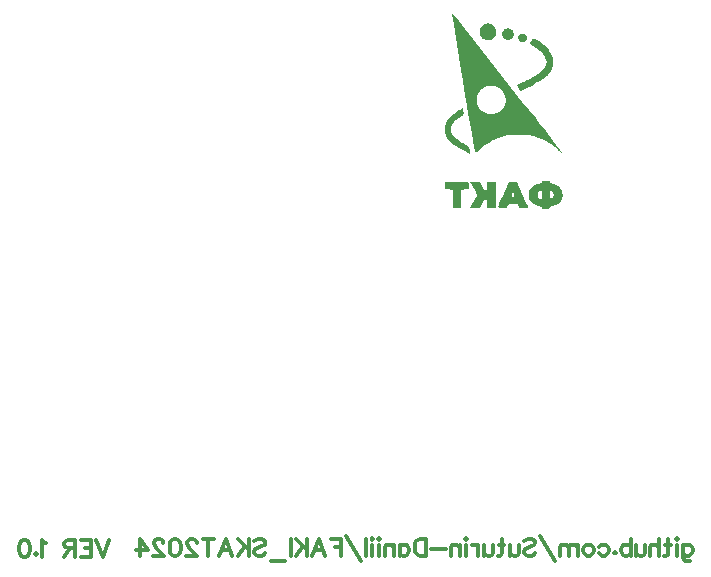
<source format=gbo>
G04 Layer: BottomSilkscreenLayer*
G04 EasyEDA v6.5.40, 2024-05-01 13:46:42*
G04 7703e67730494ffebf129c6139567d94,10*
G04 Gerber Generator version 0.2*
G04 Scale: 100 percent, Rotated: No, Reflected: No *
G04 Dimensions in millimeters *
G04 leading zeros omitted , absolute positions ,4 integer and 5 decimal *
%FSLAX45Y45*%
%MOMM*%

%ADD10C,0.3000*%

%LPD*%
G36*
X4262526Y-2196592D02*
G01*
X4262272Y-2198319D01*
X4262424Y-2202434D01*
X4263898Y-2217013D01*
X4266793Y-2239060D01*
X4276090Y-2299919D01*
X4330598Y-2625344D01*
X4356150Y-2773680D01*
X4375454Y-2887167D01*
X4383515Y-2936138D01*
X4471416Y-2936138D01*
X4471416Y-2930652D01*
X4472127Y-2919730D01*
X4473752Y-2908858D01*
X4476292Y-2898089D01*
X4477867Y-2892806D01*
X4481677Y-2882493D01*
X4486351Y-2872486D01*
X4491837Y-2862884D01*
X4498136Y-2853842D01*
X4501540Y-2849575D01*
X4509008Y-2841447D01*
X4513021Y-2837637D01*
X4521606Y-2830626D01*
X4530953Y-2824480D01*
X4540097Y-2819704D01*
X4549800Y-2815844D01*
X4554829Y-2814269D01*
X4565497Y-2811830D01*
X4571085Y-2810916D01*
X4582871Y-2809798D01*
X4595520Y-2809494D01*
X4606594Y-2810052D01*
X4617262Y-2811475D01*
X4627422Y-2813659D01*
X4637125Y-2816606D01*
X4646371Y-2820263D01*
X4655058Y-2824581D01*
X4663287Y-2829560D01*
X4670958Y-2835046D01*
X4678070Y-2841142D01*
X4684674Y-2847695D01*
X4690668Y-2854706D01*
X4696104Y-2862122D01*
X4700930Y-2869946D01*
X4705197Y-2878023D01*
X4708804Y-2886456D01*
X4711801Y-2895092D01*
X4714138Y-2903880D01*
X4715814Y-2912872D01*
X4716830Y-2921965D01*
X4717135Y-2931109D01*
X4716780Y-2940304D01*
X4715713Y-2949498D01*
X4713884Y-2958592D01*
X4711344Y-2967583D01*
X4708093Y-2976422D01*
X4704029Y-2985109D01*
X4699203Y-2993542D01*
X4693615Y-3001670D01*
X4687163Y-3009544D01*
X4679950Y-3017012D01*
X4671872Y-3024073D01*
X4662982Y-3030677D01*
X4657750Y-3034080D01*
X4652365Y-3037179D01*
X4646828Y-3039973D01*
X4641240Y-3042462D01*
X4635550Y-3044647D01*
X4629759Y-3046526D01*
X4623866Y-3048101D01*
X4617974Y-3049371D01*
X4611979Y-3050387D01*
X4605985Y-3051098D01*
X4599990Y-3051505D01*
X4587951Y-3051505D01*
X4575962Y-3050336D01*
X4570018Y-3049371D01*
X4564126Y-3048101D01*
X4558334Y-3046577D01*
X4546904Y-3042716D01*
X4535881Y-3037789D01*
X4530598Y-3034944D01*
X4520387Y-3028442D01*
X4515510Y-3024835D01*
X4510786Y-3020974D01*
X4506264Y-3016859D01*
X4501997Y-3012490D01*
X4497882Y-3007868D01*
X4493971Y-3002991D01*
X4487367Y-2993288D01*
X4484674Y-2988513D01*
X4482236Y-2983636D01*
X4478070Y-2973527D01*
X4476394Y-2968396D01*
X4473752Y-2957830D01*
X4472127Y-2947060D01*
X4471416Y-2936138D01*
X4383515Y-2936138D01*
X4400854Y-3038703D01*
X4422800Y-3165957D01*
X4432147Y-3221329D01*
X4440123Y-3270199D01*
X4449013Y-3327755D01*
X4451502Y-3341674D01*
X4453991Y-3353917D01*
X4456430Y-3363976D01*
X4458614Y-3371138D01*
X4459579Y-3373475D01*
X4460443Y-3374847D01*
X4464050Y-3375964D01*
X4469587Y-3374186D01*
X4476343Y-3369919D01*
X4483455Y-3363468D01*
X4491431Y-3355492D01*
X4499965Y-3347567D01*
X4509058Y-3339642D01*
X4518660Y-3331768D01*
X4528718Y-3323996D01*
X4539234Y-3316325D01*
X4550105Y-3308756D01*
X4561281Y-3301390D01*
X4572762Y-3294227D01*
X4584496Y-3287217D01*
X4596434Y-3280511D01*
X4608525Y-3274060D01*
X4620768Y-3267862D01*
X4633061Y-3262020D01*
X4645406Y-3256534D01*
X4657699Y-3251403D01*
X4669993Y-3246628D01*
X4682134Y-3242360D01*
X4691481Y-3239516D01*
X4701946Y-3236874D01*
X4713325Y-3234537D01*
X4725568Y-3232404D01*
X4738573Y-3230524D01*
X4752136Y-3228898D01*
X4766259Y-3227527D01*
X4780737Y-3226409D01*
X4810404Y-3224987D01*
X4840173Y-3224631D01*
X4854803Y-3224885D01*
X4869180Y-3225393D01*
X4883048Y-3226206D01*
X4896408Y-3227273D01*
X4909108Y-3228644D01*
X4920996Y-3230321D01*
X4932019Y-3232302D01*
X4942027Y-3234588D01*
X4953406Y-3237687D01*
X4965192Y-3241243D01*
X4977282Y-3245256D01*
X5002022Y-3254400D01*
X5020665Y-3262071D01*
X5039156Y-3270250D01*
X5062880Y-3281730D01*
X5074158Y-3287623D01*
X5084978Y-3293567D01*
X5104688Y-3305352D01*
X5113426Y-3311144D01*
X5121300Y-3316833D01*
X5128260Y-3322320D01*
X5134152Y-3327552D01*
X5147513Y-3340201D01*
X5159959Y-3351631D01*
X5171186Y-3361588D01*
X5180888Y-3369868D01*
X5188610Y-3376066D01*
X5194096Y-3379927D01*
X5195824Y-3380892D01*
X5196890Y-3381146D01*
X5197195Y-3380689D01*
X5196179Y-3378555D01*
X5179568Y-3356101D01*
X5146598Y-3312972D01*
X5099405Y-3252114D01*
X5056936Y-3197860D01*
X5021986Y-3153714D01*
X5002225Y-3129432D01*
X4998415Y-3125216D01*
X4969357Y-3088894D01*
X4858359Y-2946552D01*
X4350715Y-2300732D01*
X4294987Y-2230069D01*
X4285234Y-2218436D01*
X4276648Y-2208834D01*
X4269740Y-2201672D01*
X4264914Y-2197455D01*
X4263390Y-2196592D01*
G37*
G36*
X4566666Y-2283358D02*
G01*
X4560620Y-2283815D01*
X4554575Y-2284780D01*
X4548581Y-2286355D01*
X4542637Y-2288438D01*
X4536744Y-2291080D01*
X4530953Y-2294280D01*
X4525264Y-2298039D01*
X4519726Y-2302357D01*
X4513275Y-2308047D01*
X4508093Y-2313381D01*
X4504131Y-2318613D01*
X4501184Y-2324049D01*
X4499102Y-2330043D01*
X4497832Y-2336901D01*
X4497171Y-2344978D01*
X4496968Y-2354529D01*
X4497171Y-2361082D01*
X4497730Y-2367280D01*
X4498644Y-2373223D01*
X4499965Y-2378811D01*
X4501642Y-2384145D01*
X4503674Y-2389124D01*
X4506061Y-2393797D01*
X4508804Y-2398166D01*
X4511903Y-2402179D01*
X4515307Y-2405888D01*
X4519117Y-2409240D01*
X4523232Y-2412288D01*
X4527651Y-2414981D01*
X4532426Y-2417318D01*
X4537557Y-2419299D01*
X4542942Y-2420975D01*
X4548682Y-2422245D01*
X4554728Y-2423160D01*
X4561078Y-2423718D01*
X4567732Y-2423871D01*
X4576876Y-2423668D01*
X4584598Y-2422956D01*
X4591304Y-2421636D01*
X4597196Y-2419502D01*
X4602632Y-2416403D01*
X4607915Y-2412238D01*
X4613351Y-2406904D01*
X4619294Y-2400198D01*
X4624933Y-2393188D01*
X4629302Y-2386939D01*
X4632553Y-2381097D01*
X4634788Y-2375306D01*
X4636058Y-2369261D01*
X4636516Y-2362657D01*
X4636211Y-2355189D01*
X4635246Y-2346502D01*
X4633976Y-2339238D01*
X4632248Y-2332380D01*
X4630013Y-2325928D01*
X4627321Y-2319883D01*
X4624171Y-2314194D01*
X4620514Y-2308961D01*
X4616399Y-2304186D01*
X4611827Y-2299817D01*
X4606696Y-2295804D01*
X4601413Y-2292350D01*
X4595926Y-2289454D01*
X4590288Y-2287168D01*
X4584496Y-2285339D01*
X4578654Y-2284120D01*
X4572660Y-2283460D01*
G37*
G36*
X4738725Y-2324252D02*
G01*
X4733696Y-2324303D01*
X4728718Y-2324912D01*
X4723790Y-2326030D01*
X4718964Y-2327706D01*
X4714341Y-2329840D01*
X4709922Y-2332380D01*
X4705705Y-2335326D01*
X4701794Y-2338628D01*
X4698187Y-2342235D01*
X4694986Y-2346147D01*
X4692142Y-2350312D01*
X4689754Y-2354681D01*
X4687824Y-2359202D01*
X4686452Y-2363876D01*
X4685639Y-2368600D01*
X4685385Y-2373477D01*
X4685792Y-2378303D01*
X4686909Y-2383129D01*
X4688941Y-2389124D01*
X4691329Y-2394661D01*
X4694123Y-2399690D01*
X4697222Y-2404313D01*
X4700625Y-2408428D01*
X4704283Y-2412034D01*
X4708144Y-2415184D01*
X4712258Y-2417826D01*
X4716576Y-2419959D01*
X4721047Y-2421585D01*
X4725670Y-2422702D01*
X4730343Y-2423261D01*
X4735169Y-2423312D01*
X4739995Y-2422804D01*
X4744872Y-2421737D01*
X4749749Y-2420112D01*
X4754575Y-2417927D01*
X4759401Y-2415133D01*
X4764074Y-2411780D01*
X4768697Y-2407767D01*
X4772710Y-2403602D01*
X4776165Y-2399233D01*
X4779060Y-2394712D01*
X4781397Y-2390038D01*
X4783175Y-2385263D01*
X4784394Y-2380437D01*
X4785055Y-2375611D01*
X4785207Y-2370785D01*
X4784852Y-2366010D01*
X4783937Y-2361285D01*
X4782566Y-2356662D01*
X4780686Y-2352192D01*
X4778298Y-2347925D01*
X4775454Y-2343912D01*
X4772152Y-2340102D01*
X4768392Y-2336546D01*
X4764125Y-2333345D01*
X4759452Y-2330551D01*
X4754372Y-2328062D01*
X4748834Y-2326030D01*
X4743805Y-2324811D01*
G37*
G36*
X4859934Y-2372360D02*
G01*
X4854346Y-2372563D01*
X4848910Y-2373274D01*
X4843780Y-2374493D01*
X4839106Y-2376170D01*
X4835042Y-2378303D01*
X4831791Y-2380945D01*
X4828438Y-2384907D01*
X4825898Y-2389276D01*
X4824171Y-2393950D01*
X4823206Y-2398877D01*
X4823002Y-2403906D01*
X4823561Y-2409037D01*
X4824780Y-2414117D01*
X4826762Y-2419045D01*
X4829403Y-2423769D01*
X4832756Y-2428138D01*
X4836769Y-2432151D01*
X4841392Y-2435707D01*
X4847234Y-2439365D01*
X4852009Y-2442006D01*
X4856124Y-2443581D01*
X4859934Y-2444140D01*
X4863693Y-2443581D01*
X4867808Y-2442006D01*
X4872634Y-2439365D01*
X4878425Y-2435707D01*
X4883099Y-2432151D01*
X4887061Y-2428138D01*
X4890414Y-2423769D01*
X4893056Y-2419045D01*
X4895037Y-2414117D01*
X4896307Y-2409037D01*
X4896815Y-2403906D01*
X4896612Y-2398877D01*
X4895646Y-2393950D01*
X4893919Y-2389276D01*
X4891379Y-2384907D01*
X4888077Y-2380945D01*
X4884775Y-2378303D01*
X4880711Y-2376170D01*
X4876038Y-2374493D01*
X4870907Y-2373274D01*
X4865522Y-2372563D01*
G37*
G36*
X4948326Y-2409240D02*
G01*
X4945735Y-2411171D01*
X4941824Y-2416606D01*
X4937048Y-2424633D01*
X4932019Y-2434488D01*
X4919878Y-2459939D01*
X4964531Y-2485237D01*
X4976012Y-2492298D01*
X4986731Y-2499410D01*
X4996637Y-2506624D01*
X5005781Y-2513990D01*
X5014214Y-2521559D01*
X5021935Y-2529332D01*
X5029047Y-2537358D01*
X5035550Y-2545689D01*
X5041442Y-2554325D01*
X5046827Y-2563317D01*
X5051704Y-2572715D01*
X5059730Y-2590850D01*
X5061712Y-2596184D01*
X5063185Y-2600858D01*
X5064048Y-2605125D01*
X5064302Y-2609189D01*
X5063998Y-2613304D01*
X5063083Y-2617622D01*
X5061610Y-2622397D01*
X5056936Y-2634081D01*
X5051653Y-2645816D01*
X5047081Y-2654198D01*
X5041747Y-2662275D01*
X5035499Y-2670149D01*
X5028184Y-2677972D01*
X5019700Y-2685948D01*
X5009845Y-2694178D01*
X4998516Y-2702814D01*
X4987290Y-2710840D01*
X4965954Y-2725064D01*
X4942840Y-2739339D01*
X4918862Y-2753258D01*
X4894884Y-2766263D01*
X4871720Y-2777896D01*
X4860747Y-2783078D01*
X4840478Y-2791764D01*
X4830165Y-2795879D01*
X4825441Y-2798165D01*
X4821783Y-2800502D01*
X4819091Y-2802940D01*
X4817364Y-2805582D01*
X4816602Y-2808427D01*
X4816856Y-2811678D01*
X4818075Y-2815336D01*
X4820259Y-2819450D01*
X4823358Y-2824124D01*
X4832502Y-2835452D01*
X4849520Y-2855214D01*
X4911394Y-2824226D01*
X4938166Y-2810002D01*
X4958029Y-2798775D01*
X4983632Y-2783433D01*
X5007762Y-2767990D01*
X5029657Y-2752902D01*
X5048808Y-2738628D01*
X5057140Y-2731922D01*
X5064506Y-2725521D01*
X5070856Y-2719578D01*
X5076139Y-2714040D01*
X5083860Y-2704896D01*
X5090820Y-2695600D01*
X5096967Y-2686151D01*
X5099812Y-2681427D01*
X5104841Y-2671826D01*
X5109159Y-2662123D01*
X5112766Y-2652318D01*
X5115560Y-2642514D01*
X5117693Y-2632608D01*
X5119065Y-2622651D01*
X5119674Y-2612694D01*
X5119624Y-2602738D01*
X5118811Y-2592730D01*
X5117287Y-2582773D01*
X5115052Y-2572867D01*
X5112156Y-2562961D01*
X5108498Y-2553157D01*
X5104180Y-2543352D01*
X5099151Y-2533700D01*
X5093462Y-2524099D01*
X5087061Y-2514650D01*
X5079949Y-2505303D01*
X5072176Y-2496108D01*
X5063794Y-2487066D01*
X5054650Y-2478176D01*
X5044897Y-2469489D01*
X5034483Y-2460955D01*
X5023408Y-2452674D01*
X5011674Y-2444597D01*
X4999278Y-2436723D01*
X4984648Y-2428189D01*
X4969611Y-2419756D01*
X4957572Y-2413355D01*
X4950002Y-2409748D01*
G37*
G36*
X4352391Y-3001670D02*
G01*
X4350258Y-3002026D01*
X4347260Y-3003092D01*
X4339082Y-3007106D01*
X4328515Y-3013252D01*
X4316222Y-3021025D01*
X4302861Y-3029966D01*
X4289094Y-3039668D01*
X4275632Y-3049625D01*
X4263085Y-3059430D01*
X4252163Y-3068574D01*
X4243476Y-3076651D01*
X4235145Y-3085592D01*
X4227728Y-3094736D01*
X4221276Y-3104134D01*
X4215739Y-3113836D01*
X4213301Y-3118764D01*
X4209135Y-3128924D01*
X4207357Y-3134106D01*
X4204462Y-3144774D01*
X4203344Y-3150311D01*
X4201769Y-3161588D01*
X4201007Y-3173374D01*
X4201058Y-3184245D01*
X4201668Y-3193694D01*
X4202887Y-3202889D01*
X4204665Y-3211880D01*
X4207103Y-3220720D01*
X4210151Y-3229406D01*
X4213809Y-3237941D01*
X4218076Y-3246323D01*
X4223054Y-3254552D01*
X4228693Y-3262680D01*
X4234992Y-3270707D01*
X4242003Y-3278682D01*
X4249724Y-3286556D01*
X4258106Y-3294329D01*
X4267301Y-3302152D01*
X4277156Y-3309874D01*
X4287824Y-3317595D01*
X4299204Y-3325317D01*
X4311396Y-3333038D01*
X4324400Y-3340811D01*
X4338167Y-3348634D01*
X4352747Y-3356457D01*
X4411776Y-3386836D01*
X4414062Y-3368700D01*
X4414520Y-3363518D01*
X4414570Y-3358591D01*
X4414164Y-3353815D01*
X4413300Y-3349193D01*
X4411980Y-3344773D01*
X4410151Y-3340455D01*
X4407865Y-3336239D01*
X4405071Y-3332175D01*
X4401718Y-3328162D01*
X4397908Y-3324250D01*
X4393488Y-3320389D01*
X4388561Y-3316579D01*
X4383074Y-3312769D01*
X4370324Y-3305200D01*
X4359046Y-3299256D01*
X4350359Y-3294176D01*
X4340961Y-3288131D01*
X4331055Y-3281324D01*
X4321048Y-3273958D01*
X4311192Y-3266287D01*
X4301794Y-3258515D01*
X4293158Y-3250895D01*
X4281881Y-3240024D01*
X4270146Y-3227781D01*
X4265676Y-3222548D01*
X4261967Y-3217621D01*
X4259021Y-3212998D01*
X4256735Y-3208477D01*
X4255008Y-3203956D01*
X4253788Y-3199282D01*
X4253026Y-3194304D01*
X4252620Y-3188970D01*
X4252518Y-3183128D01*
X4252671Y-3177438D01*
X4253230Y-3171850D01*
X4254093Y-3166313D01*
X4255363Y-3160826D01*
X4256938Y-3155391D01*
X4258919Y-3150006D01*
X4261256Y-3144672D01*
X4263948Y-3139389D01*
X4266996Y-3134106D01*
X4270451Y-3128924D01*
X4274261Y-3123742D01*
X4278426Y-3118561D01*
X4282948Y-3113481D01*
X4293158Y-3103321D01*
X4304893Y-3093262D01*
X4318152Y-3083306D01*
X4336288Y-3070860D01*
X4344974Y-3064459D01*
X4351629Y-3058871D01*
X4356404Y-3053943D01*
X4359503Y-3049422D01*
X4361129Y-3045053D01*
X4361484Y-3040684D01*
X4360672Y-3036011D01*
X4358995Y-3029153D01*
X4357624Y-3022142D01*
X4356709Y-3015792D01*
X4355998Y-3007360D01*
X4355134Y-3004413D01*
X4353915Y-3002381D01*
G37*
G36*
X5056225Y-3616502D02*
G01*
X5048097Y-3616655D01*
X5041188Y-3617061D01*
X5035448Y-3617823D01*
X5030825Y-3618890D01*
X5027269Y-3620312D01*
X5024831Y-3622040D01*
X5023358Y-3624173D01*
X5022342Y-3628948D01*
X5020716Y-3631184D01*
X5018125Y-3633368D01*
X5014569Y-3635400D01*
X5010150Y-3637279D01*
X5004917Y-3638956D01*
X4998923Y-3640480D01*
X4987137Y-3642664D01*
X4982159Y-3643884D01*
X4977231Y-3645408D01*
X4972405Y-3647186D01*
X4967681Y-3649218D01*
X4958486Y-3654145D01*
X4954016Y-3657041D01*
X4945227Y-3663696D01*
X4936693Y-3671519D01*
X4927244Y-3681526D01*
X4923536Y-3685946D01*
X4920488Y-3690213D01*
X4917998Y-3694480D01*
X4916017Y-3698849D01*
X4914493Y-3703421D01*
X4913376Y-3708450D01*
X4912563Y-3713987D01*
X4911811Y-3730447D01*
X4986274Y-3730447D01*
X4986883Y-3725316D01*
X4988204Y-3720388D01*
X4990185Y-3715867D01*
X4992827Y-3711803D01*
X4996180Y-3708349D01*
X5000193Y-3705656D01*
X5009388Y-3700983D01*
X5012893Y-3699713D01*
X5015738Y-3699205D01*
X5017973Y-3699611D01*
X5019700Y-3701034D01*
X5020970Y-3703472D01*
X5021834Y-3707129D01*
X5022392Y-3712006D01*
X5022850Y-3725824D01*
X5022896Y-3735273D01*
X5089550Y-3735273D01*
X5089702Y-3725824D01*
X5090210Y-3717798D01*
X5091125Y-3711194D01*
X5092344Y-3706012D01*
X5093919Y-3702253D01*
X5095849Y-3699916D01*
X5098186Y-3699001D01*
X5100878Y-3699510D01*
X5103926Y-3701389D01*
X5107381Y-3704691D01*
X5111242Y-3709365D01*
X5115458Y-3715461D01*
X5118354Y-3720388D01*
X5120538Y-3725265D01*
X5121960Y-3730040D01*
X5122672Y-3734714D01*
X5122722Y-3739235D01*
X5122011Y-3743604D01*
X5120640Y-3747820D01*
X5118557Y-3751783D01*
X5115814Y-3755542D01*
X5112359Y-3758996D01*
X5108244Y-3762197D01*
X5103469Y-3765092D01*
X5099202Y-3767175D01*
X5095900Y-3768140D01*
X5093462Y-3767683D01*
X5091734Y-3765600D01*
X5090566Y-3761536D01*
X5089906Y-3755339D01*
X5089601Y-3746652D01*
X5089550Y-3735273D01*
X5022896Y-3735273D01*
X5022748Y-3744010D01*
X5022342Y-3751681D01*
X5021630Y-3758082D01*
X5020614Y-3763162D01*
X5019243Y-3766972D01*
X5017465Y-3769512D01*
X5015280Y-3770884D01*
X5012690Y-3771036D01*
X5009642Y-3770071D01*
X5006086Y-3767937D01*
X5002072Y-3764737D01*
X4997500Y-3760419D01*
X4993843Y-3756101D01*
X4990896Y-3751376D01*
X4988661Y-3746347D01*
X4987188Y-3741115D01*
X4986375Y-3735781D01*
X4986274Y-3730447D01*
X4911811Y-3730447D01*
X4912055Y-3750513D01*
X4912563Y-3756761D01*
X4913325Y-3762248D01*
X4914493Y-3767226D01*
X4916068Y-3771747D01*
X4918151Y-3776014D01*
X4920792Y-3780180D01*
X4924044Y-3784447D01*
X4928006Y-3788867D01*
X4938217Y-3798925D01*
X4946904Y-3806444D01*
X4951374Y-3809847D01*
X4960670Y-3815943D01*
X4965344Y-3818585D01*
X4970119Y-3820972D01*
X4979670Y-3824884D01*
X4984394Y-3826408D01*
X4989118Y-3827627D01*
X5005679Y-3831183D01*
X5014874Y-3834688D01*
X5020767Y-3838854D01*
X5022900Y-3843375D01*
X5023358Y-3845814D01*
X5024831Y-3847947D01*
X5027269Y-3849674D01*
X5030825Y-3851097D01*
X5035448Y-3852164D01*
X5041188Y-3852926D01*
X5048097Y-3853383D01*
X5056225Y-3853535D01*
X5064404Y-3853383D01*
X5071364Y-3852926D01*
X5077104Y-3852164D01*
X5081676Y-3851097D01*
X5085181Y-3849674D01*
X5087620Y-3847896D01*
X5089093Y-3845763D01*
X5089550Y-3843223D01*
X5091430Y-3838854D01*
X5096560Y-3834637D01*
X5104180Y-3830980D01*
X5113629Y-3828389D01*
X5120487Y-3826916D01*
X5127091Y-3825189D01*
X5133441Y-3823157D01*
X5139537Y-3820871D01*
X5145379Y-3818280D01*
X5150967Y-3815486D01*
X5156250Y-3812438D01*
X5161229Y-3809136D01*
X5165953Y-3805631D01*
X5170424Y-3801872D01*
X5174538Y-3797909D01*
X5178348Y-3793744D01*
X5181904Y-3789375D01*
X5185105Y-3784854D01*
X5188000Y-3780078D01*
X5190540Y-3775201D01*
X5192776Y-3770122D01*
X5194706Y-3764889D01*
X5196281Y-3759504D01*
X5197500Y-3754018D01*
X5198364Y-3748379D01*
X5198872Y-3742588D01*
X5199024Y-3736695D01*
X5198821Y-3730701D01*
X5198262Y-3724605D01*
X5197297Y-3718407D01*
X5195976Y-3712108D01*
X5194249Y-3705758D01*
X5192166Y-3699560D01*
X5189677Y-3693668D01*
X5186781Y-3688029D01*
X5183530Y-3682695D01*
X5179923Y-3677615D01*
X5175910Y-3672840D01*
X5171541Y-3668369D01*
X5166817Y-3664153D01*
X5161788Y-3660292D01*
X5156352Y-3656736D01*
X5150612Y-3653485D01*
X5144566Y-3650589D01*
X5138166Y-3647998D01*
X5131409Y-3645712D01*
X5124399Y-3643782D01*
X5117084Y-3642207D01*
X5106009Y-3639362D01*
X5097272Y-3635603D01*
X5091582Y-3631285D01*
X5089550Y-3626764D01*
X5089093Y-3624224D01*
X5087620Y-3622090D01*
X5085181Y-3620312D01*
X5081676Y-3618890D01*
X5077104Y-3617823D01*
X5071364Y-3617061D01*
X5064404Y-3616604D01*
G37*
G36*
X4815687Y-3623106D02*
G01*
X4740706Y-3627577D01*
X4689918Y-3741978D01*
X4767783Y-3741978D01*
X4768900Y-3734866D01*
X4770831Y-3729126D01*
X4773320Y-3723995D01*
X4776114Y-3719728D01*
X4778959Y-3716528D01*
X4781600Y-3714597D01*
X4783785Y-3714292D01*
X4785309Y-3715715D01*
X4786223Y-3722878D01*
X4787188Y-3727704D01*
X4788611Y-3732987D01*
X4790338Y-3738118D01*
X4791557Y-3743451D01*
X4790287Y-3747058D01*
X4786477Y-3749141D01*
X4779924Y-3749801D01*
X4773015Y-3749090D01*
X4769053Y-3746601D01*
X4767783Y-3741978D01*
X4689918Y-3741978D01*
X4670501Y-3786327D01*
X4664202Y-3801668D01*
X4659579Y-3814114D01*
X4657852Y-3819347D01*
X4655667Y-3828084D01*
X4655159Y-3831590D01*
X4655007Y-3834637D01*
X4655312Y-3837228D01*
X4655921Y-3839413D01*
X4656988Y-3841191D01*
X4658360Y-3842613D01*
X4660138Y-3843731D01*
X4662322Y-3844594D01*
X4664811Y-3845255D01*
X4670958Y-3845915D01*
X4678476Y-3846118D01*
X4698136Y-3845966D01*
X4706823Y-3845458D01*
X4713782Y-3844442D01*
X4719320Y-3842816D01*
X4723841Y-3840429D01*
X4727549Y-3837228D01*
X4730851Y-3832961D01*
X4737201Y-3822192D01*
X4740503Y-3817924D01*
X4744262Y-3814673D01*
X4748885Y-3812286D01*
X4754676Y-3810711D01*
X4761992Y-3809695D01*
X4771186Y-3809187D01*
X4794351Y-3809187D01*
X4803597Y-3809593D01*
X4810607Y-3810508D01*
X4815840Y-3812032D01*
X4819599Y-3814368D01*
X4822291Y-3817620D01*
X4824272Y-3821988D01*
X4827574Y-3833266D01*
X4829556Y-3837635D01*
X4832299Y-3840886D01*
X4836210Y-3843223D01*
X4841595Y-3844696D01*
X4848961Y-3845610D01*
X4858613Y-3846017D01*
X4883861Y-3846068D01*
X4893564Y-3845763D01*
X4900472Y-3845051D01*
X4904892Y-3843782D01*
X4907178Y-3841750D01*
X4907686Y-3838803D01*
X4906822Y-3834790D01*
X4902758Y-3824071D01*
X4892751Y-3800348D01*
G37*
G36*
X4414062Y-3623868D02*
G01*
X4455515Y-3694277D01*
X4461306Y-3704590D01*
X4465777Y-3713276D01*
X4468876Y-3720846D01*
X4470704Y-3727500D01*
X4471263Y-3733749D01*
X4471060Y-3736797D01*
X4470552Y-3739896D01*
X4469739Y-3743096D01*
X4467199Y-3749852D01*
X4463542Y-3757472D01*
X4414418Y-3846118D01*
X4502607Y-3846118D01*
X4527499Y-3797198D01*
X4535779Y-3782618D01*
X4543044Y-3771595D01*
X4545990Y-3767836D01*
X4548378Y-3765448D01*
X4550003Y-3764635D01*
X4551273Y-3765448D01*
X4552442Y-3767836D01*
X4553458Y-3771595D01*
X4554372Y-3776624D01*
X4555744Y-3789578D01*
X4556099Y-3797198D01*
X4556201Y-3846118D01*
X4637684Y-3846118D01*
X4637684Y-3623868D01*
X4556201Y-3623868D01*
X4556150Y-3672535D01*
X4555490Y-3684828D01*
X4554931Y-3689807D01*
X4554169Y-3693972D01*
X4553204Y-3697376D01*
X4552086Y-3699967D01*
X4550714Y-3701796D01*
X4549190Y-3702812D01*
X4547412Y-3703065D01*
X4545431Y-3702558D01*
X4543247Y-3701237D01*
X4540808Y-3699154D01*
X4538167Y-3696258D01*
X4532122Y-3688079D01*
X4525010Y-3676751D01*
X4516831Y-3662273D01*
X4496003Y-3623868D01*
G37*
G36*
X4341622Y-3624935D02*
G01*
X4316984Y-3625240D01*
X4204360Y-3627577D01*
X4204411Y-3666998D01*
X4204868Y-3674364D01*
X4206036Y-3679698D01*
X4208322Y-3683406D01*
X4212082Y-3685844D01*
X4217670Y-3687368D01*
X4225493Y-3688334D01*
X4267352Y-3691432D01*
X4267352Y-3846118D01*
X4341418Y-3846118D01*
X4341418Y-3691432D01*
X4382414Y-3688334D01*
X4389882Y-3687318D01*
X4395520Y-3685844D01*
X4399686Y-3683812D01*
X4402582Y-3681018D01*
X4404563Y-3677208D01*
X4405833Y-3672230D01*
X4406747Y-3665880D01*
X4407357Y-3656837D01*
X4407255Y-3647897D01*
X4406493Y-3639972D01*
X4405071Y-3634181D01*
X4404258Y-3632606D01*
X4402988Y-3631234D01*
X4401261Y-3629964D01*
X4398924Y-3628898D01*
X4395978Y-3627932D01*
X4387951Y-3626459D01*
X4376572Y-3625494D01*
X4361281Y-3625037D01*
G37*
D10*
X6218168Y-6696349D02*
G01*
X6218168Y-6805439D01*
X6224986Y-6825894D01*
X6231806Y-6832714D01*
X6245440Y-6839531D01*
X6265895Y-6839531D01*
X6279532Y-6832714D01*
X6218168Y-6716803D02*
G01*
X6231806Y-6703169D01*
X6245440Y-6696349D01*
X6265895Y-6696349D01*
X6279532Y-6703169D01*
X6293170Y-6716803D01*
X6299987Y-6737258D01*
X6299987Y-6750895D01*
X6293170Y-6771350D01*
X6279532Y-6784987D01*
X6265895Y-6791805D01*
X6245440Y-6791805D01*
X6231806Y-6784987D01*
X6218168Y-6771350D01*
X6173170Y-6648622D02*
G01*
X6166350Y-6655440D01*
X6159533Y-6648622D01*
X6166350Y-6641805D01*
X6173170Y-6648622D01*
X6166350Y-6696349D02*
G01*
X6166350Y-6791805D01*
X6094079Y-6648622D02*
G01*
X6094079Y-6764533D01*
X6087259Y-6784987D01*
X6073625Y-6791805D01*
X6059987Y-6791805D01*
X6114534Y-6696349D02*
G01*
X6066805Y-6696349D01*
X6014989Y-6648622D02*
G01*
X6014989Y-6791805D01*
X6014989Y-6723623D02*
G01*
X5994534Y-6703169D01*
X5980897Y-6696349D01*
X5960442Y-6696349D01*
X5946805Y-6703169D01*
X5939988Y-6723623D01*
X5939988Y-6791805D01*
X5894989Y-6696349D02*
G01*
X5894989Y-6764533D01*
X5888169Y-6784987D01*
X5874534Y-6791805D01*
X5854080Y-6791805D01*
X5840442Y-6784987D01*
X5819988Y-6764533D01*
X5819988Y-6696349D02*
G01*
X5819988Y-6791805D01*
X5774989Y-6648622D02*
G01*
X5774989Y-6791805D01*
X5774989Y-6716803D02*
G01*
X5761352Y-6703169D01*
X5747715Y-6696349D01*
X5727260Y-6696349D01*
X5713625Y-6703169D01*
X5699988Y-6716803D01*
X5693171Y-6737258D01*
X5693171Y-6750895D01*
X5699988Y-6771350D01*
X5713625Y-6784987D01*
X5727260Y-6791805D01*
X5747715Y-6791805D01*
X5761352Y-6784987D01*
X5774989Y-6771350D01*
X5641352Y-6757713D02*
G01*
X5648170Y-6764533D01*
X5641352Y-6771350D01*
X5634535Y-6764533D01*
X5641352Y-6757713D01*
X5507715Y-6716803D02*
G01*
X5521352Y-6703169D01*
X5534990Y-6696349D01*
X5555442Y-6696349D01*
X5569079Y-6703169D01*
X5582716Y-6716803D01*
X5589534Y-6737258D01*
X5589534Y-6750895D01*
X5582716Y-6771350D01*
X5569079Y-6784987D01*
X5555442Y-6791805D01*
X5534990Y-6791805D01*
X5521352Y-6784987D01*
X5507715Y-6771350D01*
X5428625Y-6696349D02*
G01*
X5442262Y-6703169D01*
X5455897Y-6716803D01*
X5462717Y-6737258D01*
X5462717Y-6750895D01*
X5455897Y-6771350D01*
X5442262Y-6784987D01*
X5428625Y-6791805D01*
X5408170Y-6791805D01*
X5394535Y-6784987D01*
X5380898Y-6771350D01*
X5374081Y-6750895D01*
X5374081Y-6737258D01*
X5380898Y-6716803D01*
X5394535Y-6703169D01*
X5408170Y-6696349D01*
X5428625Y-6696349D01*
X5329080Y-6696349D02*
G01*
X5329080Y-6791805D01*
X5329080Y-6723623D02*
G01*
X5308625Y-6703169D01*
X5294990Y-6696349D01*
X5274536Y-6696349D01*
X5260898Y-6703169D01*
X5254081Y-6723623D01*
X5254081Y-6791805D01*
X5254081Y-6723623D02*
G01*
X5233626Y-6703169D01*
X5219989Y-6696349D01*
X5199534Y-6696349D01*
X5185897Y-6703169D01*
X5179080Y-6723623D01*
X5179080Y-6791805D01*
X5011353Y-6621350D02*
G01*
X5134081Y-6839531D01*
X4870899Y-6669077D02*
G01*
X4884536Y-6655440D01*
X4904988Y-6648622D01*
X4932263Y-6648622D01*
X4952718Y-6655440D01*
X4966352Y-6669077D01*
X4966352Y-6682714D01*
X4959535Y-6696349D01*
X4952718Y-6703169D01*
X4939080Y-6709986D01*
X4898171Y-6723623D01*
X4884536Y-6730441D01*
X4877716Y-6737258D01*
X4870899Y-6750895D01*
X4870899Y-6771350D01*
X4884536Y-6784987D01*
X4904988Y-6791805D01*
X4932263Y-6791805D01*
X4952718Y-6784987D01*
X4966352Y-6771350D01*
X4825898Y-6696349D02*
G01*
X4825898Y-6764533D01*
X4819081Y-6784987D01*
X4805443Y-6791805D01*
X4784989Y-6791805D01*
X4771354Y-6784987D01*
X4750899Y-6764533D01*
X4750899Y-6696349D02*
G01*
X4750899Y-6791805D01*
X4685444Y-6648622D02*
G01*
X4685444Y-6764533D01*
X4678626Y-6784987D01*
X4664989Y-6791805D01*
X4651354Y-6791805D01*
X4705898Y-6696349D02*
G01*
X4658172Y-6696349D01*
X4606353Y-6696349D02*
G01*
X4606353Y-6764533D01*
X4599536Y-6784987D01*
X4585898Y-6791805D01*
X4565444Y-6791805D01*
X4551809Y-6784987D01*
X4531354Y-6764533D01*
X4531354Y-6696349D02*
G01*
X4531354Y-6791805D01*
X4486353Y-6696349D02*
G01*
X4486353Y-6791805D01*
X4486353Y-6737258D02*
G01*
X4479536Y-6716803D01*
X4465899Y-6703169D01*
X4452264Y-6696349D01*
X4431809Y-6696349D01*
X4386808Y-6648622D02*
G01*
X4379991Y-6655440D01*
X4373173Y-6648622D01*
X4379991Y-6641805D01*
X4386808Y-6648622D01*
X4379991Y-6696349D02*
G01*
X4379991Y-6791805D01*
X4328172Y-6696349D02*
G01*
X4328172Y-6791805D01*
X4328172Y-6723623D02*
G01*
X4307718Y-6703169D01*
X4294083Y-6696349D01*
X4273628Y-6696349D01*
X4259991Y-6703169D01*
X4253174Y-6723623D01*
X4253174Y-6791805D01*
X4208172Y-6730441D02*
G01*
X4085445Y-6730441D01*
X4040446Y-6648622D02*
G01*
X4040446Y-6791805D01*
X4040446Y-6648622D02*
G01*
X3992719Y-6648622D01*
X3972265Y-6655440D01*
X3958628Y-6669077D01*
X3951810Y-6682714D01*
X3944990Y-6703169D01*
X3944990Y-6737258D01*
X3951810Y-6757713D01*
X3958628Y-6771350D01*
X3972265Y-6784987D01*
X3992719Y-6791805D01*
X4040446Y-6791805D01*
X3818173Y-6696349D02*
G01*
X3818173Y-6791805D01*
X3818173Y-6716803D02*
G01*
X3831810Y-6703169D01*
X3845445Y-6696349D01*
X3865900Y-6696349D01*
X3879537Y-6703169D01*
X3893174Y-6716803D01*
X3899992Y-6737258D01*
X3899992Y-6750895D01*
X3893174Y-6771350D01*
X3879537Y-6784987D01*
X3865900Y-6791805D01*
X3845445Y-6791805D01*
X3831810Y-6784987D01*
X3818173Y-6771350D01*
X3773175Y-6696349D02*
G01*
X3773175Y-6791805D01*
X3773175Y-6723623D02*
G01*
X3752720Y-6703169D01*
X3739083Y-6696349D01*
X3718628Y-6696349D01*
X3704991Y-6703169D01*
X3698173Y-6723623D01*
X3698173Y-6791805D01*
X3653175Y-6648622D02*
G01*
X3646355Y-6655440D01*
X3639538Y-6648622D01*
X3646355Y-6641805D01*
X3653175Y-6648622D01*
X3646355Y-6696349D02*
G01*
X3646355Y-6791805D01*
X3594539Y-6648622D02*
G01*
X3587719Y-6655440D01*
X3580902Y-6648622D01*
X3587719Y-6641805D01*
X3594539Y-6648622D01*
X3587719Y-6696349D02*
G01*
X3587719Y-6791805D01*
X3535900Y-6648622D02*
G01*
X3535900Y-6791805D01*
X3368174Y-6621350D02*
G01*
X3490902Y-6839531D01*
X3323175Y-6648622D02*
G01*
X3323175Y-6791805D01*
X3323175Y-6648622D02*
G01*
X3234540Y-6648622D01*
X3323175Y-6716803D02*
G01*
X3268629Y-6716803D01*
X3134992Y-6648622D02*
G01*
X3189538Y-6791805D01*
X3134992Y-6648622D02*
G01*
X3080448Y-6791805D01*
X3169084Y-6744078D02*
G01*
X3100903Y-6744078D01*
X3035447Y-6648622D02*
G01*
X3035447Y-6791805D01*
X2939994Y-6648622D02*
G01*
X3035447Y-6744078D01*
X3001357Y-6709986D02*
G01*
X2939994Y-6791805D01*
X2894992Y-6648622D02*
G01*
X2894992Y-6791805D01*
X2849994Y-6839531D02*
G01*
X2727266Y-6839531D01*
X2586812Y-6669077D02*
G01*
X2600449Y-6655440D01*
X2620904Y-6648622D01*
X2648176Y-6648622D01*
X2668630Y-6655440D01*
X2682267Y-6669077D01*
X2682267Y-6682714D01*
X2675448Y-6696349D01*
X2668630Y-6703169D01*
X2654993Y-6709986D01*
X2614086Y-6723623D01*
X2600449Y-6730441D01*
X2593632Y-6737258D01*
X2586812Y-6750895D01*
X2586812Y-6771350D01*
X2600449Y-6784987D01*
X2620904Y-6791805D01*
X2648176Y-6791805D01*
X2668630Y-6784987D01*
X2682267Y-6771350D01*
X2541813Y-6648622D02*
G01*
X2541813Y-6791805D01*
X2446357Y-6648622D02*
G01*
X2541813Y-6744078D01*
X2507721Y-6709986D02*
G01*
X2446357Y-6791805D01*
X2346812Y-6648622D02*
G01*
X2401359Y-6791805D01*
X2346812Y-6648622D02*
G01*
X2292268Y-6791805D01*
X2380904Y-6744078D02*
G01*
X2312723Y-6744078D01*
X2199540Y-6648622D02*
G01*
X2199540Y-6791805D01*
X2247267Y-6648622D02*
G01*
X2151814Y-6648622D01*
X2099995Y-6682714D02*
G01*
X2099995Y-6675894D01*
X2093178Y-6662259D01*
X2086358Y-6655440D01*
X2072723Y-6648622D01*
X2045449Y-6648622D01*
X2031814Y-6655440D01*
X2024994Y-6662259D01*
X2018177Y-6675894D01*
X2018177Y-6689531D01*
X2024994Y-6703169D01*
X2038631Y-6723623D01*
X2106813Y-6791805D01*
X2011359Y-6791805D01*
X1925449Y-6648622D02*
G01*
X1945904Y-6655440D01*
X1959541Y-6675894D01*
X1966358Y-6709986D01*
X1966358Y-6730441D01*
X1959541Y-6764533D01*
X1945904Y-6784987D01*
X1925449Y-6791805D01*
X1911814Y-6791805D01*
X1891360Y-6784987D01*
X1877722Y-6764533D01*
X1870905Y-6730441D01*
X1870905Y-6709986D01*
X1877722Y-6675894D01*
X1891360Y-6655440D01*
X1911814Y-6648622D01*
X1925449Y-6648622D01*
X1819087Y-6682714D02*
G01*
X1819087Y-6675894D01*
X1812269Y-6662259D01*
X1805449Y-6655440D01*
X1791815Y-6648622D01*
X1764543Y-6648622D01*
X1750905Y-6655440D01*
X1744088Y-6662259D01*
X1737268Y-6675894D01*
X1737268Y-6689531D01*
X1744088Y-6703169D01*
X1757723Y-6723623D01*
X1825904Y-6791805D01*
X1730451Y-6791805D01*
X1617268Y-6648622D02*
G01*
X1685450Y-6744078D01*
X1583179Y-6744078D01*
X1617268Y-6648622D02*
G01*
X1617268Y-6791805D01*
X1360002Y-6658612D02*
G01*
X1305455Y-6801794D01*
X1250911Y-6658612D02*
G01*
X1305455Y-6801794D01*
X1205910Y-6658612D02*
G01*
X1205910Y-6801794D01*
X1205910Y-6658612D02*
G01*
X1117274Y-6658612D01*
X1205910Y-6726793D02*
G01*
X1151366Y-6726793D01*
X1205910Y-6801794D02*
G01*
X1117274Y-6801794D01*
X1072276Y-6658612D02*
G01*
X1072276Y-6801794D01*
X1072276Y-6658612D02*
G01*
X1010912Y-6658612D01*
X990457Y-6665429D01*
X983640Y-6672249D01*
X976820Y-6685884D01*
X976820Y-6699521D01*
X983640Y-6713159D01*
X990457Y-6719976D01*
X1010912Y-6726793D01*
X1072276Y-6726793D01*
X1024549Y-6726793D02*
G01*
X976820Y-6801794D01*
X826820Y-6685884D02*
G01*
X813186Y-6679067D01*
X792731Y-6658612D01*
X792731Y-6801794D01*
X740912Y-6767703D02*
G01*
X747730Y-6774522D01*
X740912Y-6781340D01*
X734095Y-6774522D01*
X740912Y-6767703D01*
X648185Y-6658612D02*
G01*
X668639Y-6665429D01*
X682277Y-6685884D01*
X689094Y-6719976D01*
X689094Y-6740431D01*
X682277Y-6774522D01*
X668639Y-6794977D01*
X648185Y-6801794D01*
X634550Y-6801794D01*
X614095Y-6794977D01*
X600458Y-6774522D01*
X593641Y-6740431D01*
X593641Y-6719976D01*
X600458Y-6685884D01*
X614095Y-6665429D01*
X634550Y-6658612D01*
X648185Y-6658612D01*
M02*

</source>
